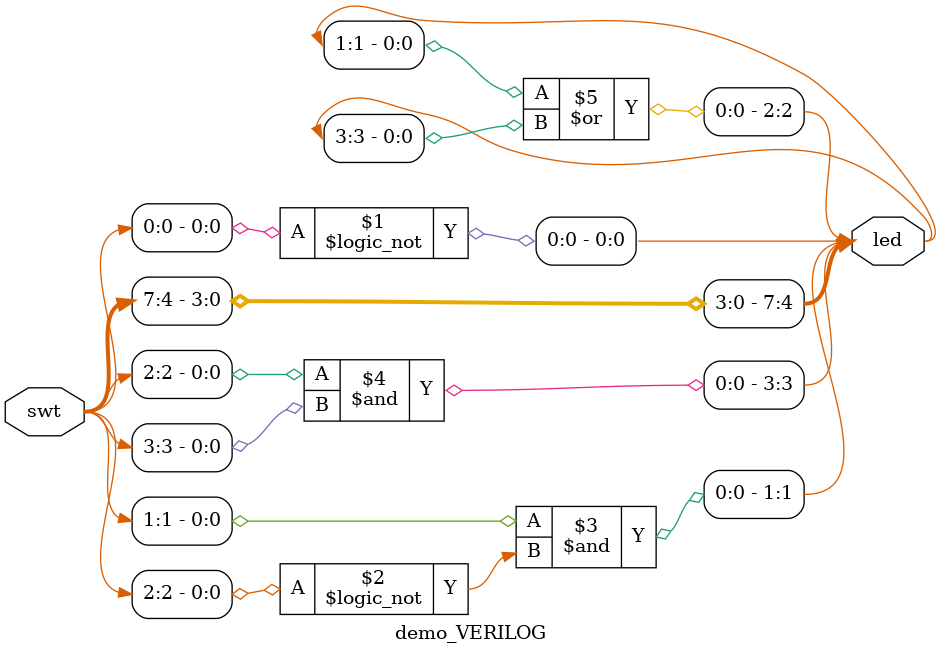
<source format=v>
`timescale 1ns / 1ps


module demo_VERILOG(
    input [7:0] swt,
    output [7:0] led
);

assign led[0]=!swt[0];
assign led[1]=swt[1] & !swt[2];
assign led[3]=swt[2] & swt[3];
assign led[2]=led[1] | led[3];

assign led[7:4]=swt[7:4];

endmodule

</source>
